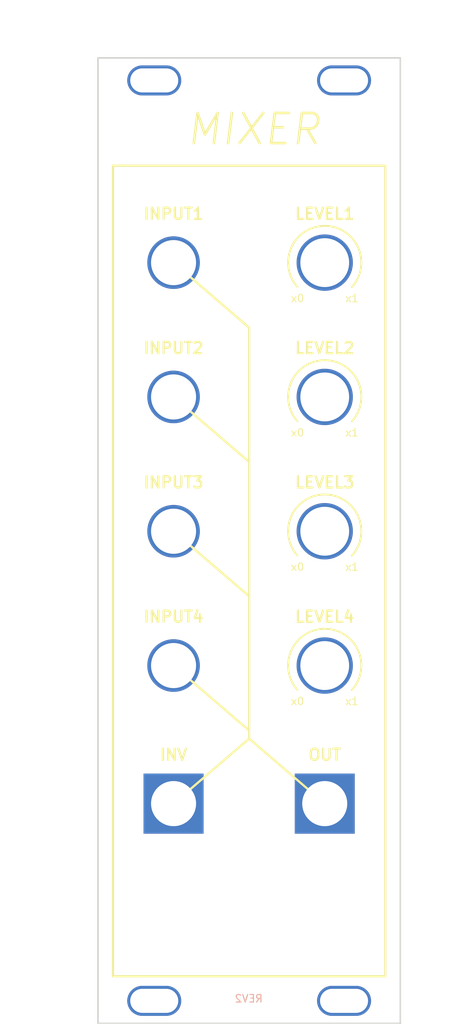
<source format=kicad_pcb>
(kicad_pcb (version 20211014) (generator pcbnew)
  (layers (0 "F.Cu" signal) (31 "B.Cu" signal) (34 "B.Paste" user) (35 "F.Paste" user) (36 "B.SilkS" user "B.Silkscreen") (37 "F.SilkS" user "F.Silkscreen") (38 "B.Mask" user) (39 "F.Mask" user) (44 "Edge.Cuts" user))
  (net 0 "")
  (footprint "Eurorack_Panel_Designs:3.5MM_Jack_Panel_Output_Plated" (layer "F.Cu") (at 147.225 132.75)
    (fp_text reference "OUT" (at 0 -6.5 unlocked) (layer "F.SilkS") (effects (font (size 1.5 1.5) (thickness 0.3))))
    (fp_text value "3.5MM_Jack_Panel_Output_Plated" hide)
    (pad "" thru_hole rect locked (at 0 0) (size 8 8) (drill 6) (layers *.Cu *.Mask))
  )
  (footprint "Eurorack_Panel_Designs:Alpha_Plastic_Pot_Plated" (layer "F.Cu") (at 147.225 78.625)
    (fp_text reference "LEVEL2" (at 0 -6.505 unlocked) (layer "F.SilkS") (effects (font (size 1.5 1.5) (thickness 0.3))))
    (fp_text value "Alpha_Plastic_Pot_Plated" hide)
    (pad "" thru_hole circle locked (at 0 0) (size 7.5 7.5) (drill 6.5) (layers *.Cu *.Mask))
  )
  (footprint "Eurorack_Panel_Designs:Panel_Mounting_Hole_Oval" (layer "F.Cu") (at 149.8 159)
    (fp_text reference "REF**" hide)
    (fp_text value "Panel_Mounting_Hole_Oval" hide)
    (pad "" thru_hole oval locked (at 0 0) (size 7.2 4) (drill oval 6.4 3.2) (layers *.Cu *.Mask))
  )
  (footprint "Eurorack_Panel_Designs:3.5MM_Jack_Panel_Output_Plated" (layer "F.Cu") (at 127.075 132.75)
    (fp_text reference "INV" (at 0 -6.5 unlocked) (layer "F.SilkS") (effects (font (size 1.5 1.5) (thickness 0.3))))
    (fp_text value "3.5MM_Jack_Panel_Output_Plated" hide)
    (pad "" thru_hole rect (at 0 0) (size 8 8) (drill 6) (layers *.Cu *.Mask))
  )
  (footprint "Eurorack_Panel_Designs:Panel_Mounting_Hole_Oval" (layer "F.Cu") (at 124.5 36.5)
    (fp_text reference "REF**" hide)
    (fp_text value "Panel_Mounting_Hole_Oval" hide)
    (pad "" thru_hole oval locked (at 0 0) (size 7.2 4) (drill oval 6.4 3.2) (layers *.Cu *.Mask))
  )
  (footprint "Eurorack_Panel_Designs:3.5MM_Jack_Panel_Input_Plated" (layer "F.Cu") (at 127.075 96.5)
    (fp_text reference "INPUT3" (at 0 -6.5 unlocked) (layer "F.SilkS") (effects (font (size 1.5 1.5) (thickness 0.3))))
    (fp_text value "3.5MM_Jack_Panel_Input_Plated" hide)
    (pad "" thru_hole circle (at 0 0) (size 7 7) (drill 6) (layers *.Cu *.Mask))
  )
  (footprint "Eurorack_Panel_Designs:Alpha_Plastic_Pot_Plated" (layer "F.Cu") (at 147.225 96.5)
    (fp_text reference "LEVEL3" (at 0 -6.5 unlocked) (layer "F.SilkS") (effects (font (size 1.5 1.5) (thickness 0.3))))
    (fp_text value "Alpha_Plastic_Pot_Plated" hide)
    (pad "" thru_hole circle locked (at 0 0) (size 7.5 7.5) (drill 6.5) (layers *.Cu *.Mask))
  )
  (footprint "Eurorack_Panel_Designs:3.5MM_Jack_Panel_Input_Plated" (layer "F.Cu") (at 127.075 60.75)
    (fp_text reference "INPUT1" (at 0 -6.5 unlocked) (layer "F.SilkS") (effects (font (size 1.5 1.5) (thickness 0.3))))
    (fp_text value "3.5MM_Jack_Panel_Input_Plated" hide)
    (pad "" thru_hole circle (at 0 0) (size 7 7) (drill 6) (layers *.Cu *.Mask))
  )
  (footprint "Eurorack_Panel_Designs:3.5MM_Jack_Panel_Input_Plated" (layer "F.Cu") (at 127.075 78.625)
    (fp_text reference "INPUT2" (at 0 -6.505 unlocked) (layer "F.SilkS") (effects (font (size 1.5 1.5) (thickness 0.3))))
    (fp_text value "3.5MM_Jack_Panel_Input_Plated" hide)
    (pad "" thru_hole circle (at 0 0) (size 7 7) (drill 6) (layers *.Cu *.Mask))
  )
  (footprint "Eurorack_Panel_Designs:Panel_Mounting_Hole_Oval" (layer "F.Cu") (at 124.5 159)
    (fp_text reference "REF**" hide)
    (fp_text value "Panel_Mounting_Hole_Oval" hide)
    (pad "" thru_hole oval locked (at 0 0) (size 7.2 4) (drill oval 6.4 3.2) (layers *.Cu *.Mask))
  )
  (footprint "Eurorack_Panel_Designs:3.5MM_Jack_Panel_Input_Plated" (layer "F.Cu") (at 127.075 114.375)
    (fp_text reference "INPUT4" (at 0 -6.5 unlocked) (layer "F.SilkS") (effects (font (size 1.5 1.5) (thickness 0.3))))
    (fp_text value "3.5MM_Jack_Panel_Input_Plated" hide)
    (pad "" thru_hole circle (at 0 0) (size 7 7) (drill 6) (layers *.Cu *.Mask))
  )
  (footprint "Eurorack_Panel_Designs:Alpha_Plastic_Pot_Plated" (layer "F.Cu") (at 147.225 114.375)
    (fp_text reference "LEVEL4" (at 0 -6.5 unlocked) (layer "F.SilkS") (effects (font (size 1.5 1.5) (thickness 0.3))))
    (fp_text value "Alpha_Plastic_Pot_Plated" hide)
    (pad "" thru_hole circle locked (at 0 0) (size 7.5 7.5) (drill 6.5) (layers *.Cu *.Mask))
  )
  (footprint "Eurorack_Panel_Designs:Alpha_Plastic_Pot_Plated" (layer "F.Cu") (at 147.225 60.75)
    (fp_text reference "LEVEL1" (at 0 -6.5 unlocked) (layer "F.SilkS") (effects (font (size 1.5 1.5) (thickness 0.3))))
    (fp_text value "Alpha_Plastic_Pot_Plated" hide)
    (pad "" thru_hole circle locked (at 0 0) (size 7.5 7.5) (drill 6.5) (layers *.Cu *.Mask))
  )
  (footprint "Eurorack_Panel_Designs:Panel_Mounting_Hole_Oval" (layer "F.Cu") (at 149.8 36.5)
    (fp_text reference "REF**" hide)
    (fp_text value "Panel_Mounting_Hole_Oval" hide)
    (pad "" thru_hole oval locked (at 0 0) (size 7.2 4) (drill oval 6.4 3.2) (layers *.Cu *.Mask))
  )
  (gr_line (start 127.075 96.5) (end 137.15 105.15) (layer "F.SilkS") (width 0.3))
  (gr_line (start 137.15 124.1) (end 147.225 132.75) (layer "F.SilkS") (width 0.3))
  (gr_rect locked (start 119 47.85) (end 155.3 155.725) (layer "F.SilkS") (width 0.3) (fill none))
  (gr_line (start 127.075 114.375) (end 137.15 123.025) (layer "F.SilkS") (width 0.3))
  (gr_line (start 127.075 78.625) (end 137.15 87.275) (layer "F.SilkS") (width 0.3))
  (gr_arc (start 143.6 117.625) (mid 147.225 109.483116) (end 150.85 117.625) (layer "F.SilkS") (width 0.25))
  (gr_arc locked (start 143.6 81.875) (mid 147.225 73.733116) (end 150.85 81.875) (layer "F.SilkS") (width 0.25))
  (gr_arc (start 143.6 99.75) (mid 147.225 91.608116) (end 150.85 99.75) (layer "F.SilkS") (width 0.25))
  (gr_arc locked (start 143.6 64) (mid 147.225 55.858116) (end 150.85 64) (layer "F.SilkS") (width 0.25))
  (gr_line (start 137.15 124.1) (end 127.075 132.75) (layer "F.SilkS") (width 0.3))
  (gr_line (start 127.075 60.75) (end 137.15 69.4) (layer "F.SilkS") (width 0.3))
  (gr_line (start 137.15 69.4) (end 137.15 124.1) (layer "F.SilkS") (width 0.3))
  (gr_rect locked (start 117 33.5) (end 157.3 162) (layer "Edge.Cuts") (width 0.2) (fill none))
  (gr_text "REV2" (at 137.1 158.7) (layer "B.SilkS") (effects (font (size 1 1)) (justify mirror)))
  (gr_text "x0" (at 143.6 65.5) (layer "F.SilkS") (effects (font (size 1 1))))
  (gr_text "x0" (at 143.6 101.25) (layer "F.SilkS") (effects (font (size 1 1))))
  (gr_text "x1" (at 150.85 119.125) (layer "F.SilkS") (effects (font (size 1 1))))
  (gr_text "x1" (at 150.85 65.5) (layer "F.SilkS") (effects (font (size 1 1))))
  (gr_text "x1" (at 150.85 83.375) (layer "F.SilkS") (effects (font (size 1 1))))
  (gr_text "x0" (at 143.6 83.375) (layer "F.SilkS") (effects (font (size 1 1))))
  (gr_text "MIXER" (at 137.8 43) (layer "F.SilkS") (effects (font (size 4 4) (thickness 0.35) italic)))
  (gr_text "x0" (at 143.6 119.125) (layer "F.SilkS") (effects (font (size 1 1))))
  (gr_text "x1" (at 150.85 101.25) (layer "F.SilkS") (effects (font (size 1 1))))
)
</source>
